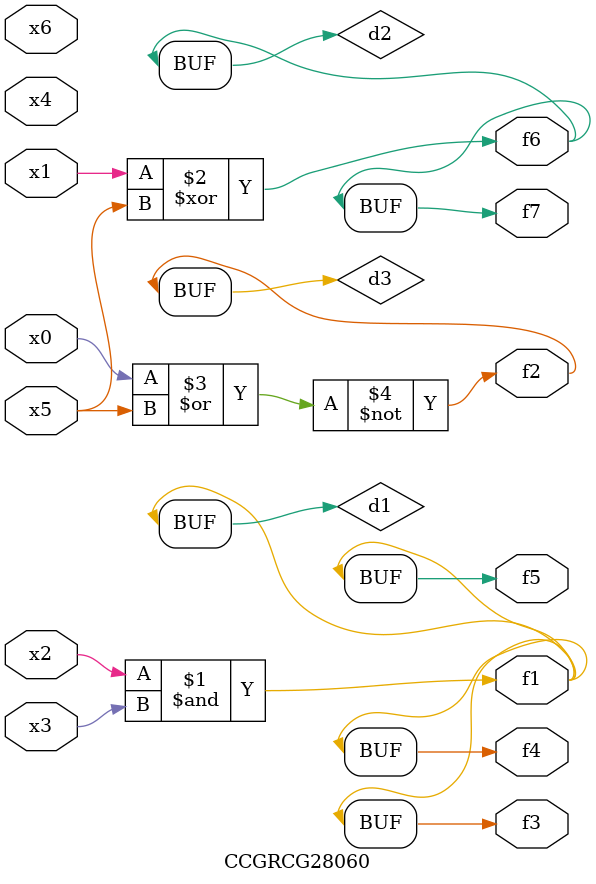
<source format=v>
module CCGRCG28060(
	input x0, x1, x2, x3, x4, x5, x6,
	output f1, f2, f3, f4, f5, f6, f7
);

	wire d1, d2, d3;

	and (d1, x2, x3);
	xor (d2, x1, x5);
	nor (d3, x0, x5);
	assign f1 = d1;
	assign f2 = d3;
	assign f3 = d1;
	assign f4 = d1;
	assign f5 = d1;
	assign f6 = d2;
	assign f7 = d2;
endmodule

</source>
